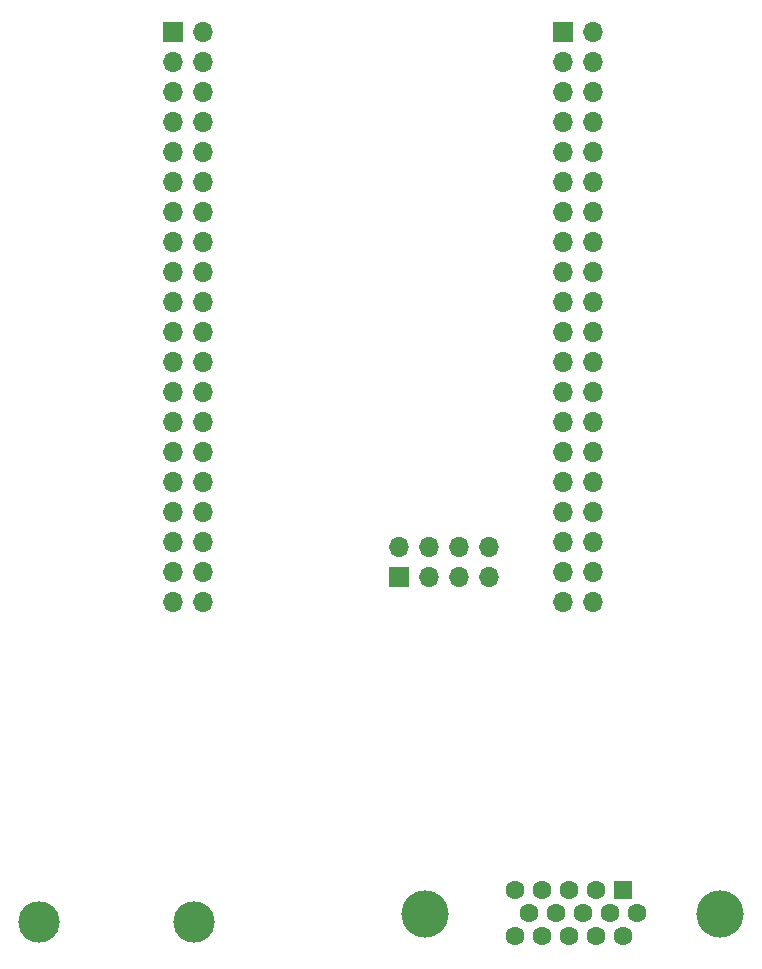
<source format=gbs>
G04 #@! TF.GenerationSoftware,KiCad,Pcbnew,5.0.1*
G04 #@! TF.CreationDate,2018-10-22T18:12:29+01:00*
G04 #@! TF.ProjectId,ecp5_soc_hat,656370355F736F635F6861742E6B6963,rev?*
G04 #@! TF.SameCoordinates,Original*
G04 #@! TF.FileFunction,Soldermask,Bot*
G04 #@! TF.FilePolarity,Negative*
%FSLAX46Y46*%
G04 Gerber Fmt 4.6, Leading zero omitted, Abs format (unit mm)*
G04 Created by KiCad (PCBNEW 5.0.1) date Mon 22 Oct 2018 18:12:29 BST*
%MOMM*%
%LPD*%
G01*
G04 APERTURE LIST*
%ADD10R,1.700000X1.700000*%
%ADD11O,1.700000X1.700000*%
%ADD12R,1.600000X1.600000*%
%ADD13C,1.600000*%
%ADD14C,4.000000*%
%ADD15C,3.500000*%
G04 APERTURE END LIST*
D10*
G04 #@! TO.C,J3*
X136000000Y-104540000D03*
D11*
X136000000Y-102000000D03*
X138540000Y-104540000D03*
X138540000Y-102000000D03*
X141080000Y-104540000D03*
X141080000Y-102000000D03*
X143620000Y-104540000D03*
X143620000Y-102000000D03*
G04 #@! TD*
D12*
G04 #@! TO.C,J1*
X155000000Y-131000000D03*
D13*
X152710000Y-131000000D03*
X150420000Y-131000000D03*
X148130000Y-131000000D03*
X145840000Y-131000000D03*
X156145000Y-132980000D03*
X153855000Y-132980000D03*
X151565000Y-132980000D03*
X149275000Y-132980000D03*
X146985000Y-132980000D03*
X155000000Y-134960000D03*
X152710000Y-134960000D03*
X150420000Y-134960000D03*
X148130000Y-134960000D03*
X145840000Y-134960000D03*
D14*
X138185000Y-133050000D03*
X163185000Y-133050000D03*
G04 #@! TD*
D11*
G04 #@! TO.C,X4*
X152400000Y-106680000D03*
X149860000Y-106680000D03*
X152400000Y-104140000D03*
X149860000Y-104140000D03*
X152400000Y-101600000D03*
X149860000Y-101600000D03*
X152400000Y-99060000D03*
X149860000Y-99060000D03*
X152400000Y-96520000D03*
X149860000Y-96520000D03*
X152400000Y-93980000D03*
X149860000Y-93980000D03*
X152400000Y-91440000D03*
X149860000Y-91440000D03*
X152400000Y-88900000D03*
X149860000Y-88900000D03*
X152400000Y-86360000D03*
X149860000Y-86360000D03*
X152400000Y-83820000D03*
X149860000Y-83820000D03*
X152400000Y-81280000D03*
X149860000Y-81280000D03*
X152400000Y-78740000D03*
X149860000Y-78740000D03*
X152400000Y-76200000D03*
X149860000Y-76200000D03*
X152400000Y-73660000D03*
X149860000Y-73660000D03*
X152400000Y-71120000D03*
X149860000Y-71120000D03*
X152400000Y-68580000D03*
X149860000Y-68580000D03*
X152400000Y-66040000D03*
X149860000Y-66040000D03*
X152400000Y-63500000D03*
X149860000Y-63500000D03*
X152400000Y-60960000D03*
X149860000Y-60960000D03*
X152400000Y-58420000D03*
D10*
X149860000Y-58420000D03*
G04 #@! TD*
G04 #@! TO.C,X3*
X116840000Y-58420000D03*
D11*
X119380000Y-58420000D03*
X116840000Y-60960000D03*
X119380000Y-60960000D03*
X116840000Y-63500000D03*
X119380000Y-63500000D03*
X116840000Y-66040000D03*
X119380000Y-66040000D03*
X116840000Y-68580000D03*
X119380000Y-68580000D03*
X116840000Y-71120000D03*
X119380000Y-71120000D03*
X116840000Y-73660000D03*
X119380000Y-73660000D03*
X116840000Y-76200000D03*
X119380000Y-76200000D03*
X116840000Y-78740000D03*
X119380000Y-78740000D03*
X116840000Y-81280000D03*
X119380000Y-81280000D03*
X116840000Y-83820000D03*
X119380000Y-83820000D03*
X116840000Y-86360000D03*
X119380000Y-86360000D03*
X116840000Y-88900000D03*
X119380000Y-88900000D03*
X116840000Y-91440000D03*
X119380000Y-91440000D03*
X116840000Y-93980000D03*
X119380000Y-93980000D03*
X116840000Y-96520000D03*
X119380000Y-96520000D03*
X116840000Y-99060000D03*
X119380000Y-99060000D03*
X116840000Y-101600000D03*
X119380000Y-101600000D03*
X116840000Y-104140000D03*
X119380000Y-104140000D03*
X116840000Y-106680000D03*
X119380000Y-106680000D03*
G04 #@! TD*
D15*
G04 #@! TO.C,J2*
X118650000Y-133700000D03*
X105500000Y-133700000D03*
G04 #@! TD*
M02*

</source>
